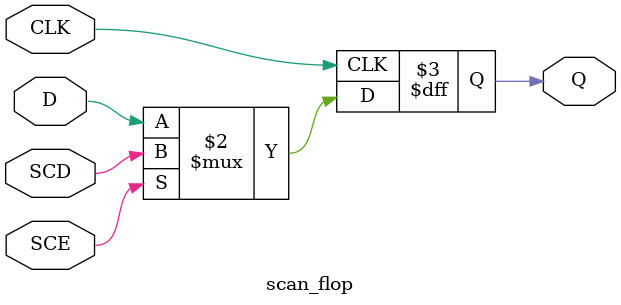
<source format=v>

`define default_netname none

module buffer_cell (
    input wire in,
    output wire out
    );
    assign out = in;
endmodule

module and_cell (
    input wire a,
    input wire b,
    output wire out
    );

    assign out = a & b;
endmodule

module or_cell (
    input wire a,
    input wire b,
    output wire out
    );

    assign out = a | b;
endmodule

module xor_cell (
    input wire a,
    input wire b,
    output wire out
    );

    assign out = a ^ b;
endmodule

module nand_cell (
    input wire a,
    input wire b,
    output wire out
    );

    assign out = !(a&b);
endmodule

module not_cell (
    input wire in,
    output wire out
    );

    assign out = !in;
endmodule

module mux_cell (
    input wire a,
    input wire b,
    input wire sel,
    output wire out
    );

    assign out = sel ? b : a;
endmodule

module dff_cell (
    input wire clk,
    input wire d,
    output reg q,
    output wire notq
    );

    assign notq = !q;
    always @(posedge clk)
        q <= d;

endmodule

module dffsr_cell (
    input wire clk,
    input wire d,
    input wire s,
    input wire r,
    output reg q,
    output wire notq
    );

    assign notq = !q;

    always @(posedge clk or posedge s or posedge r) begin
        if (r)
            q <= '0;
        else if (s)
            q <= '1;
        else
            q <= d;
    end
endmodule

// for scan wrapper
module latch (GATE, D, Q);
   input  GATE, D;
   output Q;
   reg    Q;
   always @ (GATE or D)
      if (GATE)
         Q <= D;
endmodule

module scan_flop(CLK, D, SCD, SCE, Q);
    input CLK, D, SCD, SCE;
    output Q;
    reg Q;

    always @(posedge CLK)
        Q <= SCE ? SCD : D;
endmodule 

</source>
